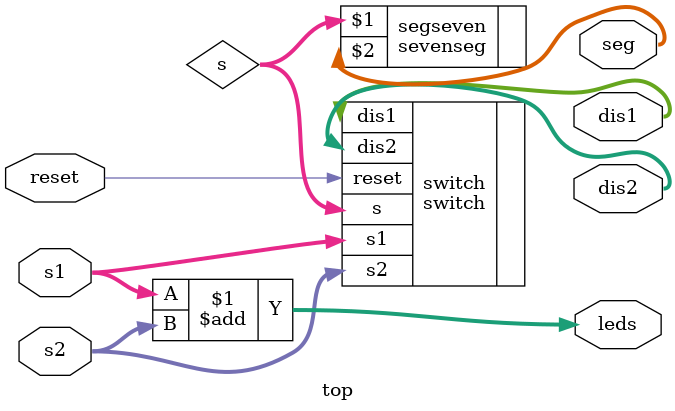
<source format=sv>


module top ( input logic [3:0]s1, 
			 input  logic [3:0]s2,
			 input logic reset,
			 output logic [6:0]seg,
			 output logic [4:0]leds,
			 output logic [1:0]dis1,
			 output logic [1:0]dis2 );
			 
	        logic [3:0]s;
			
//switch displays 
switch switch (.reset, .dis1, .dis2, .s, .s1, .s2); 

/// call seven segment 

sevenseg segseven (s, seg); 

//call sum to display sum via leds																	
 //um sums (.s1, .s2, .leds);
 
 assign leds = s1 + s2;



endmodule




</source>
